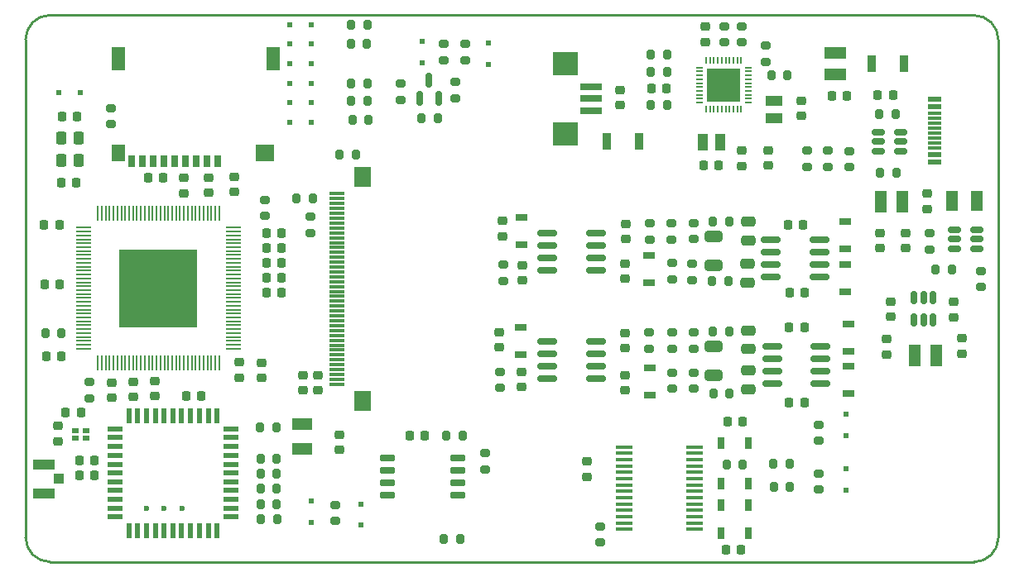
<source format=gbr>
%TF.GenerationSoftware,KiCad,Pcbnew,(6.0.4)*%
%TF.CreationDate,2023-03-22T18:48:28+03:00*%
%TF.ProjectId,mp3_test_board,6d70335f-7465-4737-945f-626f6172642e,rev?*%
%TF.SameCoordinates,Original*%
%TF.FileFunction,Paste,Bot*%
%TF.FilePolarity,Positive*%
%FSLAX46Y46*%
G04 Gerber Fmt 4.6, Leading zero omitted, Abs format (unit mm)*
G04 Created by KiCad (PCBNEW (6.0.4)) date 2023-03-22 18:48:28*
%MOMM*%
%LPD*%
G01*
G04 APERTURE LIST*
G04 Aperture macros list*
%AMRoundRect*
0 Rectangle with rounded corners*
0 $1 Rounding radius*
0 $2 $3 $4 $5 $6 $7 $8 $9 X,Y pos of 4 corners*
0 Add a 4 corners polygon primitive as box body*
4,1,4,$2,$3,$4,$5,$6,$7,$8,$9,$2,$3,0*
0 Add four circle primitives for the rounded corners*
1,1,$1+$1,$2,$3*
1,1,$1+$1,$4,$5*
1,1,$1+$1,$6,$7*
1,1,$1+$1,$8,$9*
0 Add four rect primitives between the rounded corners*
20,1,$1+$1,$2,$3,$4,$5,0*
20,1,$1+$1,$4,$5,$6,$7,0*
20,1,$1+$1,$6,$7,$8,$9,0*
20,1,$1+$1,$8,$9,$2,$3,0*%
G04 Aperture macros list end*
%TA.AperFunction,Profile*%
%ADD10C,0.250000*%
%TD*%
%ADD11R,1.500000X0.300000*%
%ADD12R,1.700000X2.000000*%
%ADD13RoundRect,0.225000X0.250000X-0.225000X0.250000X0.225000X-0.250000X0.225000X-0.250000X-0.225000X0*%
%ADD14RoundRect,0.200000X-0.200000X-0.275000X0.200000X-0.275000X0.200000X0.275000X-0.200000X0.275000X0*%
%ADD15RoundRect,0.225000X-0.225000X-0.250000X0.225000X-0.250000X0.225000X0.250000X-0.225000X0.250000X0*%
%ADD16RoundRect,0.200000X0.275000X-0.200000X0.275000X0.200000X-0.275000X0.200000X-0.275000X-0.200000X0*%
%ADD17R,1.770000X1.100000*%
%ADD18R,0.500000X0.500000*%
%ADD19RoundRect,0.225000X0.225000X0.250000X-0.225000X0.250000X-0.225000X-0.250000X0.225000X-0.250000X0*%
%ADD20RoundRect,0.200000X0.200000X0.275000X-0.200000X0.275000X-0.200000X-0.275000X0.200000X-0.275000X0*%
%ADD21RoundRect,0.250000X0.650000X-0.325000X0.650000X0.325000X-0.650000X0.325000X-0.650000X-0.325000X0*%
%ADD22R,1.240000X2.220000*%
%ADD23R,1.200000X0.800000*%
%ADD24RoundRect,0.250000X0.475000X-0.250000X0.475000X0.250000X-0.475000X0.250000X-0.475000X-0.250000X0*%
%ADD25RoundRect,0.200000X-0.275000X0.200000X-0.275000X-0.200000X0.275000X-0.200000X0.275000X0.200000X0*%
%ADD26R,0.800000X1.200000*%
%ADD27R,1.050000X1.000000*%
%ADD28R,2.200000X1.050000*%
%ADD29RoundRect,0.225000X-0.250000X0.225000X-0.250000X-0.225000X0.250000X-0.225000X0.250000X0.225000X0*%
%ADD30RoundRect,0.150000X-0.512500X-0.150000X0.512500X-0.150000X0.512500X0.150000X-0.512500X0.150000X0*%
%ADD31RoundRect,0.150000X0.650000X0.150000X-0.650000X0.150000X-0.650000X-0.150000X0.650000X-0.150000X0*%
%ADD32RoundRect,0.150000X-0.825000X-0.150000X0.825000X-0.150000X0.825000X0.150000X-0.825000X0.150000X0*%
%ADD33R,0.730000X0.600000*%
%ADD34R,2.000000X1.250000*%
%ADD35R,0.820000X1.820000*%
%ADD36RoundRect,0.062500X-0.062500X0.675000X-0.062500X-0.675000X0.062500X-0.675000X0.062500X0.675000X0*%
%ADD37RoundRect,0.062500X-0.675000X0.062500X-0.675000X-0.062500X0.675000X-0.062500X0.675000X0.062500X0*%
%ADD38R,8.000000X8.000000*%
%ADD39R,1.450000X0.600000*%
%ADD40R,1.450000X0.300000*%
%ADD41RoundRect,0.150000X0.150000X-0.512500X0.150000X0.512500X-0.150000X0.512500X-0.150000X-0.512500X0*%
%ADD42RoundRect,0.150000X0.150000X-0.587500X0.150000X0.587500X-0.150000X0.587500X-0.150000X-0.587500X0*%
%ADD43R,2.200000X0.800000*%
%ADD44R,2.500000X2.350000*%
%ADD45R,1.500000X0.600000*%
%ADD46R,0.600000X1.500000*%
%ADD47C,0.600000*%
%ADD48R,2.220000X1.240000*%
%ADD49RoundRect,0.275000X-0.275000X0.375000X-0.275000X-0.375000X0.275000X-0.375000X0.275000X0.375000X0*%
%ADD50R,0.700000X1.300000*%
%ADD51R,1.447800X1.651000*%
%ADD52R,1.854200X1.651000*%
%ADD53R,1.447800X2.438400*%
%ADD54O,0.200000X0.800000*%
%ADD55O,0.800000X0.200000*%
%ADD56R,3.400000X3.400000*%
%ADD57R,1.750000X0.450000*%
%ADD58RoundRect,0.150000X0.512500X0.150000X-0.512500X0.150000X-0.512500X-0.150000X0.512500X-0.150000X0*%
%ADD59R,1.250000X2.000000*%
%ADD60R,1.100000X1.770000*%
G04 APERTURE END LIST*
D10*
X173460000Y-99250000D02*
G75*
G03*
X175960000Y-96750000I-100J2500100D01*
G01*
X175960000Y-45750000D02*
G75*
G03*
X173460000Y-43250000I-2500000J0D01*
G01*
X78967767Y-43232167D02*
G75*
G03*
X76467767Y-45732233I33J-2500033D01*
G01*
X76467767Y-45732233D02*
X76467767Y-96732233D01*
X78967767Y-99232233D02*
X173467767Y-99232233D01*
X175960000Y-96750000D02*
X175960000Y-45750000D01*
X173467767Y-43232233D02*
X78967767Y-43232233D01*
X76467767Y-96732233D02*
G75*
G03*
X78967767Y-99232233I2500033J33D01*
G01*
D11*
%TO.C,P1*%
X108305936Y-81036943D03*
X108305936Y-80536943D03*
X108305936Y-80036943D03*
X108305936Y-79536943D03*
X108305936Y-79036943D03*
X108305936Y-78536943D03*
X108305936Y-78036943D03*
X108305936Y-77536943D03*
X108305936Y-77036943D03*
X108305936Y-76536943D03*
X108305936Y-76036943D03*
X108305936Y-75536943D03*
X108305936Y-75036943D03*
X108305936Y-74536943D03*
X108305936Y-74036943D03*
X108305936Y-73536943D03*
X108305936Y-73036943D03*
X108305936Y-72536943D03*
X108305936Y-72036943D03*
X108305936Y-71536943D03*
X108305936Y-71036943D03*
X108305936Y-70536943D03*
X108305936Y-70036943D03*
X108305936Y-69536943D03*
X108305936Y-69036943D03*
X108305936Y-68536943D03*
X108305936Y-68036943D03*
X108305936Y-67536943D03*
X108305936Y-67036943D03*
X108305936Y-66536943D03*
X108305936Y-66036943D03*
X108305936Y-65536943D03*
X108305936Y-65036943D03*
X108305936Y-64536943D03*
X108305936Y-64036943D03*
X108305936Y-63536943D03*
X108305936Y-63036943D03*
X108305936Y-62536943D03*
X108305936Y-62036943D03*
X108305936Y-61536943D03*
D12*
X110905936Y-59836943D03*
X110905936Y-82736943D03*
%TD*%
D13*
%TO.C,C18*%
X98321747Y-80348555D03*
X98321747Y-78798555D03*
%TD*%
D14*
%TO.C,R38*%
X146685000Y-70510000D03*
X148335000Y-70510000D03*
%TD*%
D15*
%TO.C,C35*%
X154607700Y-71653938D03*
X156157700Y-71653938D03*
%TD*%
D16*
%TO.C,R13*%
X160722700Y-58788938D03*
X160722700Y-57138938D03*
%TD*%
D17*
%TO.C,L2*%
X152985000Y-53765000D03*
X152985000Y-51995000D03*
%TD*%
D18*
%TO.C,D6*%
X105650000Y-52200000D03*
X103450000Y-52200000D03*
%TD*%
D15*
%TO.C,C14*%
X101095000Y-70120000D03*
X102645000Y-70120000D03*
%TD*%
%TO.C,C12*%
X101095000Y-67120000D03*
X102645000Y-67120000D03*
%TD*%
D19*
%TO.C,C17*%
X79965000Y-70850000D03*
X78415000Y-70850000D03*
%TD*%
D20*
%TO.C,R62*%
X102126747Y-88653555D03*
X100476747Y-88653555D03*
%TD*%
D14*
%TO.C,R37*%
X146775000Y-64350000D03*
X148425000Y-64350000D03*
%TD*%
D21*
%TO.C,C48*%
X146820000Y-80145000D03*
X146820000Y-77195000D03*
%TD*%
D20*
%TO.C,R20*%
X165425000Y-53400000D03*
X163775000Y-53400000D03*
%TD*%
D22*
%TO.C,FB3*%
X166142700Y-62383938D03*
X163962700Y-62383938D03*
%TD*%
D18*
%TO.C,D9*%
X160350000Y-89700000D03*
X160350000Y-91900000D03*
%TD*%
D23*
%TO.C,C54*%
X160300000Y-67175000D03*
X160300000Y-64375000D03*
%TD*%
D16*
%TO.C,R33*%
X144790000Y-66175000D03*
X144790000Y-64525000D03*
%TD*%
D24*
%TO.C,C52*%
X150400000Y-81550000D03*
X150400000Y-79650000D03*
%TD*%
D25*
%TO.C,R12*%
X158532700Y-57108938D03*
X158532700Y-58758938D03*
%TD*%
D26*
%TO.C,C31*%
X147607700Y-91178938D03*
X150407700Y-91178938D03*
%TD*%
D20*
%TO.C,R56*%
X111355000Y-46150000D03*
X109705000Y-46150000D03*
%TD*%
%TO.C,R43*%
X142085000Y-49050000D03*
X140435000Y-49050000D03*
%TD*%
D15*
%TO.C,C13*%
X101095000Y-68620000D03*
X102645000Y-68620000D03*
%TD*%
D13*
%TO.C,C20*%
X137782700Y-81678938D03*
X137782700Y-80128938D03*
%TD*%
D27*
%TO.C,RF1*%
X79841747Y-90733555D03*
D28*
X78321747Y-92203555D03*
X78321747Y-89263555D03*
%TD*%
D19*
%TO.C,C56*%
X83536747Y-88833555D03*
X81986747Y-88833555D03*
%TD*%
D16*
%TO.C,R30*%
X142600000Y-81500000D03*
X142600000Y-79850000D03*
%TD*%
D23*
%TO.C,C29*%
X140200000Y-67875000D03*
X140200000Y-70675000D03*
%TD*%
%TO.C,C53*%
X160300000Y-71575000D03*
X160300000Y-68775000D03*
%TD*%
D20*
%TO.C,R45*%
X142085000Y-47250000D03*
X140435000Y-47250000D03*
%TD*%
D16*
%TO.C,R23*%
X135230400Y-97237876D03*
X135230400Y-95587876D03*
%TD*%
%TO.C,R36*%
X144800000Y-81500000D03*
X144800000Y-79850000D03*
%TD*%
%TO.C,R21*%
X123471747Y-89763555D03*
X123471747Y-88113555D03*
%TD*%
D29*
%TO.C,C2*%
X104821747Y-80098555D03*
X104821747Y-81648555D03*
%TD*%
D24*
%TO.C,C49*%
X150420000Y-66310000D03*
X150420000Y-64410000D03*
%TD*%
D13*
%TO.C,C4*%
X92652700Y-61458938D03*
X92652700Y-59908938D03*
%TD*%
D30*
%TO.C,U2*%
X163662500Y-57150000D03*
X163662500Y-56200000D03*
X163662500Y-55250000D03*
X165937500Y-55250000D03*
X165937500Y-56200000D03*
X165937500Y-57150000D03*
%TD*%
D29*
%TO.C,C19*%
X89681747Y-80728555D03*
X89681747Y-82278555D03*
%TD*%
D21*
%TO.C,C47*%
X146795000Y-68850000D03*
X146795000Y-65900000D03*
%TD*%
D18*
%TO.C,D4*%
X105650000Y-48200000D03*
X103450000Y-48200000D03*
%TD*%
D16*
%TO.C,R3*%
X105590000Y-65525000D03*
X105590000Y-63875000D03*
%TD*%
D31*
%TO.C,U3*%
X120701747Y-88563555D03*
X120701747Y-89833555D03*
X120701747Y-91103555D03*
X120701747Y-92373555D03*
X113501747Y-92373555D03*
X113501747Y-91103555D03*
X113501747Y-89833555D03*
X113501747Y-88563555D03*
%TD*%
D32*
%TO.C,U8*%
X152825000Y-81005000D03*
X152825000Y-79735000D03*
X152825000Y-78465000D03*
X152825000Y-77195000D03*
X157775000Y-77195000D03*
X157775000Y-78465000D03*
X157775000Y-79735000D03*
X157775000Y-81005000D03*
%TD*%
D13*
%TO.C,C61*%
X137300000Y-52475000D03*
X137300000Y-50925000D03*
%TD*%
D19*
%TO.C,C59*%
X83506747Y-90403555D03*
X81956747Y-90403555D03*
%TD*%
D23*
%TO.C,C30*%
X127200000Y-66775000D03*
X127200000Y-63975000D03*
%TD*%
D20*
%TO.C,R58*%
X102166747Y-91763555D03*
X100516747Y-91763555D03*
%TD*%
D18*
%TO.C,D2*%
X105650000Y-44200000D03*
X103450000Y-44200000D03*
%TD*%
D13*
%TO.C,C70*%
X164952700Y-74138938D03*
X164952700Y-72588938D03*
%TD*%
D29*
%TO.C,C68*%
X152405000Y-57095000D03*
X152405000Y-58645000D03*
%TD*%
D20*
%TO.C,R2*%
X118607500Y-53800000D03*
X116957500Y-53800000D03*
%TD*%
D33*
%TO.C,Y2*%
X81581747Y-85793555D03*
X82681747Y-85793555D03*
X82681747Y-86593555D03*
X81581747Y-86593555D03*
%TD*%
D16*
%TO.C,R11*%
X156422700Y-58768938D03*
X156422700Y-57118938D03*
%TD*%
D34*
%TO.C,L1*%
X104711747Y-85108555D03*
X104711747Y-87658555D03*
%TD*%
D16*
%TO.C,R34*%
X144625000Y-70365000D03*
X144625000Y-68715000D03*
%TD*%
D22*
%TO.C,FB2*%
X169572700Y-78073938D03*
X167392700Y-78073938D03*
%TD*%
D29*
%TO.C,C34*%
X124932700Y-75678938D03*
X124932700Y-77228938D03*
%TD*%
D15*
%TO.C,C6*%
X80185000Y-53610000D03*
X81735000Y-53610000D03*
%TD*%
D25*
%TO.C,R7*%
X108161747Y-93383555D03*
X108161747Y-95033555D03*
%TD*%
D16*
%TO.C,R22*%
X85200000Y-54425000D03*
X85200000Y-52775000D03*
%TD*%
D15*
%TO.C,C15*%
X101095000Y-71620000D03*
X102645000Y-71620000D03*
%TD*%
D20*
%TO.C,R17*%
X121146747Y-86278555D03*
X119496747Y-86278555D03*
%TD*%
D15*
%TO.C,C55*%
X154557700Y-75253938D03*
X156107700Y-75253938D03*
%TD*%
D20*
%TO.C,R9*%
X154637700Y-91533938D03*
X152987700Y-91533938D03*
%TD*%
%TO.C,R60*%
X102166747Y-90203555D03*
X100516747Y-90203555D03*
%TD*%
D23*
%TO.C,C58*%
X160600000Y-77700000D03*
X160600000Y-74900000D03*
%TD*%
D19*
%TO.C,C10*%
X79905000Y-64730000D03*
X78355000Y-64730000D03*
%TD*%
D16*
%TO.C,R4*%
X120432500Y-51745000D03*
X120432500Y-50095000D03*
%TD*%
D20*
%TO.C,R15*%
X111425000Y-52000000D03*
X109775000Y-52000000D03*
%TD*%
D24*
%TO.C,C51*%
X150400000Y-77425000D03*
X150400000Y-75525000D03*
%TD*%
D15*
%TO.C,C77*%
X80576747Y-83953555D03*
X82126747Y-83953555D03*
%TD*%
D16*
%TO.C,R32*%
X142600000Y-70300000D03*
X142600000Y-68650000D03*
%TD*%
D14*
%TO.C,R6*%
X119246747Y-96908555D03*
X120896747Y-96908555D03*
%TD*%
D25*
%TO.C,R55*%
X149750000Y-44375000D03*
X149750000Y-46025000D03*
%TD*%
D19*
%TO.C,C25*%
X165175000Y-51400000D03*
X163625000Y-51400000D03*
%TD*%
D20*
%TO.C,R65*%
X102116747Y-85473555D03*
X100466747Y-85473555D03*
%TD*%
D25*
%TO.C,R54*%
X147950000Y-44375000D03*
X147950000Y-46025000D03*
%TD*%
D18*
%TO.C,D1*%
X110780000Y-93290000D03*
X110780000Y-95490000D03*
%TD*%
D13*
%TO.C,C8*%
X95202700Y-61408938D03*
X95202700Y-59858938D03*
%TD*%
D14*
%TO.C,R49*%
X152725000Y-49400000D03*
X154375000Y-49400000D03*
%TD*%
D25*
%TO.C,R52*%
X119200000Y-46175000D03*
X119200000Y-47825000D03*
%TD*%
D20*
%TO.C,R53*%
X105825000Y-62000000D03*
X104175000Y-62000000D03*
%TD*%
%TO.C,R14*%
X111545000Y-53930000D03*
X109895000Y-53930000D03*
%TD*%
D35*
%TO.C,F2*%
X135900000Y-56200000D03*
X139200000Y-56200000D03*
%TD*%
D25*
%TO.C,R31*%
X142545000Y-64550000D03*
X142545000Y-66200000D03*
%TD*%
D26*
%TO.C,C38*%
X147607700Y-96278938D03*
X150407700Y-96278938D03*
%TD*%
D15*
%TO.C,C11*%
X101085000Y-65520000D03*
X102635000Y-65520000D03*
%TD*%
D14*
%TO.C,R10*%
X152955000Y-89190000D03*
X154605000Y-89190000D03*
%TD*%
D16*
%TO.C,R1*%
X114792500Y-51922500D03*
X114792500Y-50272500D03*
%TD*%
D29*
%TO.C,C64*%
X155800000Y-52025000D03*
X155800000Y-53575000D03*
%TD*%
%TO.C,C44*%
X137895000Y-64600000D03*
X137895000Y-66150000D03*
%TD*%
D19*
%TO.C,C27*%
X90567700Y-59893938D03*
X89017700Y-59893938D03*
%TD*%
%TO.C,C66*%
X94446747Y-82210000D03*
X92896747Y-82210000D03*
%TD*%
D13*
%TO.C,C60*%
X108550000Y-87735000D03*
X108550000Y-86185000D03*
%TD*%
D29*
%TO.C,C42*%
X127200000Y-79800000D03*
X127200000Y-81350000D03*
%TD*%
D26*
%TO.C,C36*%
X147607700Y-87078938D03*
X150407700Y-87078938D03*
%TD*%
D36*
%TO.C,U1*%
X83860000Y-63537500D03*
X84260000Y-63537500D03*
X84660000Y-63537500D03*
X85060000Y-63537500D03*
X85460000Y-63537500D03*
X85860000Y-63537500D03*
X86260000Y-63537500D03*
X86660000Y-63537500D03*
X87060000Y-63537500D03*
X87460000Y-63537500D03*
X87860000Y-63537500D03*
X88260000Y-63537500D03*
X88660000Y-63537500D03*
X89060000Y-63537500D03*
X89460000Y-63537500D03*
X89860000Y-63537500D03*
X90260000Y-63537500D03*
X90660000Y-63537500D03*
X91060000Y-63537500D03*
X91460000Y-63537500D03*
X91860000Y-63537500D03*
X92260000Y-63537500D03*
X92660000Y-63537500D03*
X93060000Y-63537500D03*
X93460000Y-63537500D03*
X93860000Y-63537500D03*
X94260000Y-63537500D03*
X94660000Y-63537500D03*
X95060000Y-63537500D03*
X95460000Y-63537500D03*
X95860000Y-63537500D03*
X96260000Y-63537500D03*
D37*
X97722500Y-65000000D03*
X97722500Y-65400000D03*
X97722500Y-65800000D03*
X97722500Y-66200000D03*
X97722500Y-66600000D03*
X97722500Y-67000000D03*
X97722500Y-67400000D03*
X97722500Y-67800000D03*
X97722500Y-68200000D03*
X97722500Y-68600000D03*
X97722500Y-69000000D03*
X97722500Y-69400000D03*
X97722500Y-69800000D03*
X97722500Y-70200000D03*
X97722500Y-70600000D03*
X97722500Y-71000000D03*
X97722500Y-71400000D03*
X97722500Y-71800000D03*
X97722500Y-72200000D03*
X97722500Y-72600000D03*
X97722500Y-73000000D03*
X97722500Y-73400000D03*
X97722500Y-73800000D03*
X97722500Y-74200000D03*
X97722500Y-74600000D03*
X97722500Y-75000000D03*
X97722500Y-75400000D03*
X97722500Y-75800000D03*
X97722500Y-76200000D03*
X97722500Y-76600000D03*
X97722500Y-77000000D03*
X97722500Y-77400000D03*
D36*
X96260000Y-78862500D03*
X95860000Y-78862500D03*
X95460000Y-78862500D03*
X95060000Y-78862500D03*
X94660000Y-78862500D03*
X94260000Y-78862500D03*
X93860000Y-78862500D03*
X93460000Y-78862500D03*
X93060000Y-78862500D03*
X92660000Y-78862500D03*
X92260000Y-78862500D03*
X91860000Y-78862500D03*
X91460000Y-78862500D03*
X91060000Y-78862500D03*
X90660000Y-78862500D03*
X90260000Y-78862500D03*
X89860000Y-78862500D03*
X89460000Y-78862500D03*
X89060000Y-78862500D03*
X88660000Y-78862500D03*
X88260000Y-78862500D03*
X87860000Y-78862500D03*
X87460000Y-78862500D03*
X87060000Y-78862500D03*
X86660000Y-78862500D03*
X86260000Y-78862500D03*
X85860000Y-78862500D03*
X85460000Y-78862500D03*
X85060000Y-78862500D03*
X84660000Y-78862500D03*
X84260000Y-78862500D03*
X83860000Y-78862500D03*
D37*
X82397500Y-77400000D03*
X82397500Y-77000000D03*
X82397500Y-76600000D03*
X82397500Y-76200000D03*
X82397500Y-75800000D03*
X82397500Y-75400000D03*
X82397500Y-75000000D03*
X82397500Y-74600000D03*
X82397500Y-74200000D03*
X82397500Y-73800000D03*
X82397500Y-73400000D03*
X82397500Y-73000000D03*
X82397500Y-72600000D03*
X82397500Y-72200000D03*
X82397500Y-71800000D03*
X82397500Y-71400000D03*
X82397500Y-71000000D03*
X82397500Y-70600000D03*
X82397500Y-70200000D03*
X82397500Y-69800000D03*
X82397500Y-69400000D03*
X82397500Y-69000000D03*
X82397500Y-68600000D03*
X82397500Y-68200000D03*
X82397500Y-67800000D03*
X82397500Y-67400000D03*
X82397500Y-67000000D03*
X82397500Y-66600000D03*
X82397500Y-66200000D03*
X82397500Y-65800000D03*
X82397500Y-65400000D03*
X82397500Y-65000000D03*
D38*
X90060000Y-71200000D03*
%TD*%
D39*
%TO.C,P2*%
X169410000Y-51845000D03*
X169410000Y-52620000D03*
D40*
X169410000Y-53820000D03*
X169410000Y-54820000D03*
X169410000Y-55320000D03*
X169410000Y-56320000D03*
X169410000Y-56820000D03*
X169410000Y-55820000D03*
X169410000Y-54320000D03*
X169410000Y-53320000D03*
D39*
X169410000Y-57520000D03*
X169410000Y-58295000D03*
%TD*%
D13*
%TO.C,C9*%
X97832700Y-61368938D03*
X97832700Y-59818938D03*
%TD*%
D14*
%TO.C,R63*%
X100546747Y-94833555D03*
X102196747Y-94833555D03*
%TD*%
D32*
%TO.C,U7*%
X152680000Y-70045000D03*
X152680000Y-68775000D03*
X152680000Y-67505000D03*
X152680000Y-66235000D03*
X157630000Y-66235000D03*
X157630000Y-67505000D03*
X157630000Y-68775000D03*
X157630000Y-70045000D03*
%TD*%
D19*
%TO.C,C3*%
X80125000Y-78200000D03*
X78575000Y-78200000D03*
%TD*%
D14*
%TO.C,R48*%
X169537700Y-69313938D03*
X171187700Y-69313938D03*
%TD*%
D16*
%TO.C,R50*%
X152150000Y-48025000D03*
X152150000Y-46375000D03*
%TD*%
D19*
%TO.C,C26*%
X117296747Y-86308555D03*
X115746747Y-86308555D03*
%TD*%
D18*
%TO.C,D10*%
X160350000Y-86300000D03*
X160350000Y-84100000D03*
%TD*%
D29*
%TO.C,C67*%
X149735000Y-57125000D03*
X149735000Y-58675000D03*
%TD*%
D26*
%TO.C,C37*%
X147607700Y-93378938D03*
X150407700Y-93378938D03*
%TD*%
D19*
%TO.C,C62*%
X142035000Y-50750000D03*
X140485000Y-50750000D03*
%TD*%
D25*
%TO.C,R26*%
X125000000Y-79750000D03*
X125000000Y-81400000D03*
%TD*%
%TO.C,R41*%
X157550000Y-85175000D03*
X157550000Y-86825000D03*
%TD*%
D14*
%TO.C,R5*%
X78465000Y-75770000D03*
X80115000Y-75770000D03*
%TD*%
D15*
%TO.C,C65*%
X145825000Y-58600000D03*
X147375000Y-58600000D03*
%TD*%
D18*
%TO.C,D13*%
X123800000Y-48300000D03*
X123800000Y-46100000D03*
%TD*%
D41*
%TO.C,U11*%
X169250000Y-74437500D03*
X168300000Y-74437500D03*
X167350000Y-74437500D03*
X167350000Y-72162500D03*
X168300000Y-72162500D03*
X169250000Y-72162500D03*
%TD*%
D14*
%TO.C,R44*%
X140435000Y-52450000D03*
X142085000Y-52450000D03*
%TD*%
D15*
%TO.C,C45*%
X154457700Y-64753938D03*
X156007700Y-64753938D03*
%TD*%
D20*
%TO.C,R59*%
X102166747Y-93323555D03*
X100516747Y-93323555D03*
%TD*%
D18*
%TO.C,D8*%
X79900000Y-51200000D03*
X82100000Y-51200000D03*
%TD*%
%TO.C,D7*%
X105650000Y-54200000D03*
X103450000Y-54200000D03*
%TD*%
D25*
%TO.C,R27*%
X140200000Y-75750000D03*
X140200000Y-77400000D03*
%TD*%
D42*
%TO.C,Q1*%
X118692500Y-51757500D03*
X116792500Y-51757500D03*
X117742500Y-49882500D03*
%TD*%
D43*
%TO.C,D11*%
X134300000Y-53050000D03*
X134300000Y-51800000D03*
X134300000Y-50550000D03*
D44*
X131700000Y-55430000D03*
X131700000Y-48170000D03*
%TD*%
D18*
%TO.C,D14*%
X117000000Y-48100000D03*
X117000000Y-45900000D03*
%TD*%
D29*
%TO.C,C23*%
X87491747Y-80778555D03*
X87491747Y-82328555D03*
%TD*%
D14*
%TO.C,R39*%
X146775000Y-75610000D03*
X148425000Y-75610000D03*
%TD*%
D16*
%TO.C,R47*%
X168900000Y-67225000D03*
X168900000Y-65575000D03*
%TD*%
D15*
%TO.C,C5*%
X80117700Y-60413938D03*
X81667700Y-60413938D03*
%TD*%
D20*
%TO.C,R18*%
X110215000Y-57500000D03*
X108565000Y-57500000D03*
%TD*%
D25*
%TO.C,R29*%
X142600000Y-75750000D03*
X142600000Y-77400000D03*
%TD*%
D45*
%TO.C,U12*%
X85651747Y-94623555D03*
X85651747Y-93733555D03*
X85651747Y-92813555D03*
X85651747Y-91923555D03*
X85651747Y-91013555D03*
X85651747Y-90123555D03*
X85651747Y-89233555D03*
X85651747Y-88323555D03*
X85651747Y-87433555D03*
X85651747Y-86513555D03*
X85651747Y-85623555D03*
D46*
X87041747Y-84233555D03*
X87931747Y-84233555D03*
X88851747Y-84233555D03*
X89741747Y-84233555D03*
X90651747Y-84233555D03*
X91541747Y-84233555D03*
X92431747Y-84233555D03*
X93341747Y-84233555D03*
X94231747Y-84233555D03*
X95151747Y-84233555D03*
X96041747Y-84233555D03*
D45*
X97431747Y-85623555D03*
X97431747Y-86513555D03*
X97431747Y-87433555D03*
X97431747Y-88323555D03*
X97431747Y-89233555D03*
X97431747Y-90123555D03*
X97431747Y-91013555D03*
X97431747Y-91923555D03*
X97431747Y-92813555D03*
X97431747Y-93733555D03*
X97431747Y-94623555D03*
D46*
X96041747Y-96013555D03*
X95151747Y-96013555D03*
X94231747Y-96013555D03*
X93341747Y-96013555D03*
X92431747Y-96013555D03*
X91541747Y-96013555D03*
X90651747Y-96013555D03*
X89741747Y-96013555D03*
X88851747Y-96013555D03*
X87931747Y-96013555D03*
X87041747Y-96013555D03*
D47*
X88841747Y-93733555D03*
X90641747Y-93733555D03*
X92441747Y-93733555D03*
%TD*%
D35*
%TO.C,F1*%
X163040000Y-48170000D03*
X166340000Y-48170000D03*
%TD*%
D20*
%TO.C,R19*%
X165525000Y-59400000D03*
X163875000Y-59400000D03*
%TD*%
D25*
%TO.C,R28*%
X140345000Y-64550000D03*
X140345000Y-66200000D03*
%TD*%
D29*
%TO.C,C16*%
X125232700Y-64328938D03*
X125232700Y-65878938D03*
%TD*%
D16*
%TO.C,R51*%
X121400000Y-47825000D03*
X121400000Y-46175000D03*
%TD*%
D32*
%TO.C,U5*%
X129820000Y-69395000D03*
X129820000Y-68125000D03*
X129820000Y-66855000D03*
X129820000Y-65585000D03*
X134770000Y-65585000D03*
X134770000Y-66855000D03*
X134770000Y-68125000D03*
X134770000Y-69395000D03*
%TD*%
D15*
%TO.C,C46*%
X154557700Y-82903938D03*
X156107700Y-82903938D03*
%TD*%
D14*
%TO.C,R24*%
X148182700Y-89278938D03*
X149832700Y-89278938D03*
%TD*%
D48*
%TO.C,FB1*%
X159282700Y-49293938D03*
X159282700Y-47113938D03*
%TD*%
D49*
%TO.C,Y1*%
X81898977Y-55788457D03*
X81898977Y-58088457D03*
X80098977Y-58088457D03*
X80098977Y-55788457D03*
%TD*%
D18*
%TO.C,D12*%
X105680000Y-95170000D03*
X105680000Y-92970000D03*
%TD*%
D50*
%TO.C,J1*%
X96152500Y-58152738D03*
X95052500Y-58152738D03*
X93952500Y-58152738D03*
X92852500Y-58152738D03*
X91752500Y-58152738D03*
X90652500Y-58152738D03*
X89552500Y-58152738D03*
X88452500Y-58152738D03*
X87352500Y-58152738D03*
D51*
X85934100Y-57378938D03*
D52*
X100983900Y-57378938D03*
D53*
X101758900Y-47678938D03*
X85934100Y-47678938D03*
%TD*%
D25*
%TO.C,R8*%
X100910000Y-62175000D03*
X100910000Y-63825000D03*
%TD*%
D15*
%TO.C,C33*%
X148115400Y-97962876D03*
X149665400Y-97962876D03*
%TD*%
D23*
%TO.C,C39*%
X140300000Y-79375000D03*
X140300000Y-82175000D03*
%TD*%
D14*
%TO.C,R40*%
X146825000Y-81950000D03*
X148475000Y-81950000D03*
%TD*%
D20*
%TO.C,R16*%
X111425000Y-50200000D03*
X109775000Y-50200000D03*
%TD*%
D13*
%TO.C,C74*%
X164500000Y-77975000D03*
X164500000Y-76425000D03*
%TD*%
D32*
%TO.C,U6*%
X129825000Y-80480000D03*
X129825000Y-79210000D03*
X129825000Y-77940000D03*
X129825000Y-76670000D03*
X134775000Y-76670000D03*
X134775000Y-77940000D03*
X134775000Y-79210000D03*
X134775000Y-80480000D03*
%TD*%
D13*
%TO.C,C72*%
X172252700Y-77898938D03*
X172252700Y-76348938D03*
%TD*%
D29*
%TO.C,C76*%
X79791747Y-85328555D03*
X79791747Y-86878555D03*
%TD*%
%TO.C,C75*%
X163810000Y-65525000D03*
X163810000Y-67075000D03*
%TD*%
%TO.C,C22*%
X85301747Y-80848555D03*
X85301747Y-82398555D03*
%TD*%
%TO.C,C28*%
X133870400Y-88947876D03*
X133870400Y-90497876D03*
%TD*%
D25*
%TO.C,R25*%
X125285000Y-68785000D03*
X125285000Y-70435000D03*
%TD*%
D15*
%TO.C,C24*%
X158927700Y-51473938D03*
X160477700Y-51473938D03*
%TD*%
D29*
%TO.C,C69*%
X168700000Y-61525000D03*
X168700000Y-63075000D03*
%TD*%
D13*
%TO.C,C7*%
X137732700Y-70228938D03*
X137732700Y-68678938D03*
%TD*%
D54*
%TO.C,U9*%
X146060000Y-47900000D03*
X146460000Y-47900000D03*
X146860000Y-47900000D03*
X147260000Y-47900000D03*
X147660000Y-47900000D03*
X148060000Y-47900000D03*
X148460000Y-47900000D03*
X148860000Y-47900000D03*
X149260000Y-47900000D03*
X149660000Y-47900000D03*
D55*
X150360000Y-48600000D03*
X150360000Y-49000000D03*
X150360000Y-49400000D03*
X150360000Y-49800000D03*
X150360000Y-50200000D03*
X150360000Y-50600000D03*
X150360000Y-51000000D03*
X150360000Y-51400000D03*
X150360000Y-51800000D03*
X150360000Y-52200000D03*
D54*
X149660000Y-52900000D03*
X149260000Y-52900000D03*
X148860000Y-52900000D03*
X148460000Y-52900000D03*
X148060000Y-52900000D03*
X147660000Y-52900000D03*
X147260000Y-52900000D03*
X146860000Y-52900000D03*
X146460000Y-52900000D03*
X146060000Y-52900000D03*
D55*
X145360000Y-52200000D03*
X145360000Y-51800000D03*
X145360000Y-51400000D03*
X145360000Y-51000000D03*
X145360000Y-50600000D03*
X145360000Y-50200000D03*
X145360000Y-49800000D03*
X145360000Y-49400000D03*
X145360000Y-49000000D03*
X145360000Y-48600000D03*
D56*
X147860000Y-50400000D03*
%TD*%
D57*
%TO.C,U4*%
X137657700Y-95903938D03*
X137657700Y-95253938D03*
X137657700Y-94603938D03*
X137657700Y-93953938D03*
X137657700Y-93303938D03*
X137657700Y-92653938D03*
X137657700Y-92003938D03*
X137657700Y-91353938D03*
X137657700Y-90703938D03*
X137657700Y-90053938D03*
X137657700Y-89403938D03*
X137657700Y-88753938D03*
X137657700Y-88103938D03*
X137657700Y-87453938D03*
X144857700Y-87453938D03*
X144857700Y-88103938D03*
X144857700Y-88753938D03*
X144857700Y-89403938D03*
X144857700Y-90053938D03*
X144857700Y-90703938D03*
X144857700Y-91353938D03*
X144857700Y-92003938D03*
X144857700Y-92653938D03*
X144857700Y-93303938D03*
X144857700Y-93953938D03*
X144857700Y-94603938D03*
X144857700Y-95253938D03*
X144857700Y-95903938D03*
%TD*%
D58*
%TO.C,U10*%
X173747500Y-65242500D03*
X173747500Y-66192500D03*
X173747500Y-67142500D03*
X171472500Y-67142500D03*
X171472500Y-66192500D03*
X171472500Y-65242500D03*
%TD*%
D18*
%TO.C,D5*%
X105650000Y-50200000D03*
X103450000Y-50200000D03*
%TD*%
D29*
%TO.C,C43*%
X137800000Y-75800000D03*
X137800000Y-77350000D03*
%TD*%
%TO.C,C73*%
X166500000Y-65525000D03*
X166500000Y-67075000D03*
%TD*%
D25*
%TO.C,R42*%
X157550000Y-90175000D03*
X157550000Y-91825000D03*
%TD*%
D16*
%TO.C,R35*%
X144800000Y-77400000D03*
X144800000Y-75750000D03*
%TD*%
D59*
%TO.C,L4*%
X171235000Y-62292500D03*
X173785000Y-62292500D03*
%TD*%
D60*
%TO.C,L3*%
X147530000Y-56290000D03*
X145760000Y-56290000D03*
%TD*%
D29*
%TO.C,C1*%
X106401747Y-80098555D03*
X106401747Y-81648555D03*
%TD*%
D23*
%TO.C,C40*%
X127100000Y-77975000D03*
X127100000Y-75175000D03*
%TD*%
D16*
%TO.C,R64*%
X82991747Y-82475000D03*
X82991747Y-80825000D03*
%TD*%
D25*
%TO.C,R46*%
X174202700Y-69418938D03*
X174202700Y-71068938D03*
%TD*%
D29*
%TO.C,C71*%
X171400000Y-72625000D03*
X171400000Y-74175000D03*
%TD*%
D20*
%TO.C,R57*%
X111425000Y-44200000D03*
X109775000Y-44200000D03*
%TD*%
D18*
%TO.C,D3*%
X105650000Y-46200000D03*
X103450000Y-46200000D03*
%TD*%
D29*
%TO.C,C41*%
X127245000Y-68835000D03*
X127245000Y-70385000D03*
%TD*%
D24*
%TO.C,C50*%
X150335000Y-70630000D03*
X150335000Y-68730000D03*
%TD*%
D13*
%TO.C,C21*%
X100611747Y-80378555D03*
X100611747Y-78828555D03*
%TD*%
D29*
%TO.C,C63*%
X145950000Y-44425000D03*
X145950000Y-45975000D03*
%TD*%
D23*
%TO.C,C57*%
X160600000Y-82000000D03*
X160600000Y-79200000D03*
%TD*%
D15*
%TO.C,C32*%
X148232700Y-84878938D03*
X149782700Y-84878938D03*
%TD*%
M02*

</source>
